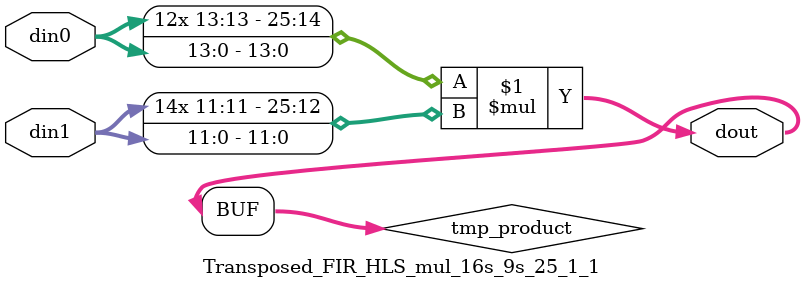
<source format=v>

`timescale 1 ns / 1 ps

 module Transposed_FIR_HLS_mul_16s_9s_25_1_1(din0, din1, dout);
parameter ID = 1;
parameter NUM_STAGE = 0;
parameter din0_WIDTH = 14;
parameter din1_WIDTH = 12;
parameter dout_WIDTH = 26;

input [din0_WIDTH - 1 : 0] din0; 
input [din1_WIDTH - 1 : 0] din1; 
output [dout_WIDTH - 1 : 0] dout;

wire signed [dout_WIDTH - 1 : 0] tmp_product;



























assign tmp_product = $signed(din0) * $signed(din1);








assign dout = tmp_product;





















endmodule

</source>
